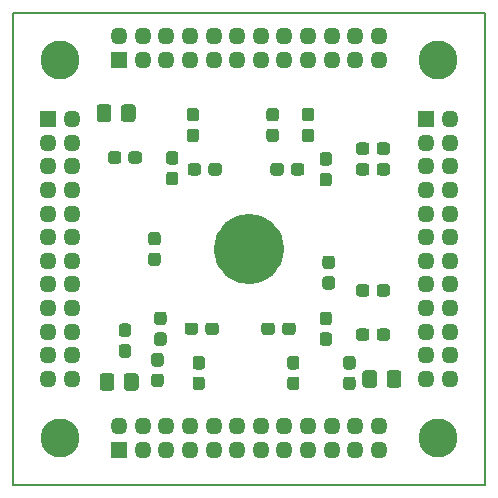
<source format=gbr>
%TF.GenerationSoftware,KiCad,Pcbnew,(5.1.6)-1*%
%TF.CreationDate,2020-08-24T18:06:58+01:00*%
%TF.ProjectId,HeikouBoxCore,4865696b-6f75-4426-9f78-436f72652e6b,rev?*%
%TF.SameCoordinates,Original*%
%TF.FileFunction,Soldermask,Bot*%
%TF.FilePolarity,Negative*%
%FSLAX46Y46*%
G04 Gerber Fmt 4.6, Leading zero omitted, Abs format (unit mm)*
G04 Created by KiCad (PCBNEW (5.1.6)-1) date 2020-08-24 18:06:58*
%MOMM*%
%LPD*%
G01*
G04 APERTURE LIST*
%TA.AperFunction,Profile*%
%ADD10C,0.150000*%
%TD*%
%ADD11C,3.000000*%
%ADD12R,1.450000X1.450000*%
%ADD13O,1.450000X1.450000*%
%ADD14C,3.300000*%
G04 APERTURE END LIST*
D10*
X17000000Y-57000000D02*
X17000000Y-17000000D01*
X57000000Y-57000000D02*
X17000000Y-57000000D01*
X57000000Y-17000000D02*
X57000000Y-57000000D01*
X17000000Y-17000000D02*
X57000000Y-17000000D01*
D11*
X38500000Y-37000000D02*
G75*
G03*
X38500000Y-37000000I-1500000J0D01*
G01*
D12*
X20000000Y-26000000D03*
D13*
X22000000Y-26000000D03*
X20000000Y-28000000D03*
X22000000Y-28000000D03*
X20000000Y-30000000D03*
X22000000Y-30000000D03*
X20000000Y-32000000D03*
X22000000Y-32000000D03*
X20000000Y-34000000D03*
X22000000Y-34000000D03*
X20000000Y-36000000D03*
X22000000Y-36000000D03*
X20000000Y-38000000D03*
X22000000Y-38000000D03*
X20000000Y-40000000D03*
X22000000Y-40000000D03*
X20000000Y-42000000D03*
X22000000Y-42000000D03*
X20000000Y-44000000D03*
X22000000Y-44000000D03*
X20000000Y-46000000D03*
X22000000Y-46000000D03*
X20000000Y-48000000D03*
X22000000Y-48000000D03*
D12*
X26000000Y-54000000D03*
D13*
X26000000Y-52000000D03*
X28000000Y-54000000D03*
X28000000Y-52000000D03*
X30000000Y-54000000D03*
X30000000Y-52000000D03*
X32000000Y-54000000D03*
X32000000Y-52000000D03*
X34000000Y-54000000D03*
X34000000Y-52000000D03*
X36000000Y-54000000D03*
X36000000Y-52000000D03*
X38000000Y-54000000D03*
X38000000Y-52000000D03*
X40000000Y-54000000D03*
X40000000Y-52000000D03*
X42000000Y-54000000D03*
X42000000Y-52000000D03*
X44000000Y-54000000D03*
X44000000Y-52000000D03*
X46000000Y-54000000D03*
X46000000Y-52000000D03*
X48000000Y-54000000D03*
X48000000Y-52000000D03*
D12*
X52000000Y-26000000D03*
D13*
X54000000Y-26000000D03*
X52000000Y-28000000D03*
X54000000Y-28000000D03*
X52000000Y-30000000D03*
X54000000Y-30000000D03*
X52000000Y-32000000D03*
X54000000Y-32000000D03*
X52000000Y-34000000D03*
X54000000Y-34000000D03*
X52000000Y-36000000D03*
X54000000Y-36000000D03*
X52000000Y-38000000D03*
X54000000Y-38000000D03*
X52000000Y-40000000D03*
X54000000Y-40000000D03*
X52000000Y-42000000D03*
X54000000Y-42000000D03*
X52000000Y-44000000D03*
X54000000Y-44000000D03*
X52000000Y-46000000D03*
X54000000Y-46000000D03*
X52000000Y-48000000D03*
X54000000Y-48000000D03*
D12*
X26000000Y-21000000D03*
D13*
X26000000Y-19000000D03*
X28000000Y-21000000D03*
X28000000Y-19000000D03*
X30000000Y-21000000D03*
X30000000Y-19000000D03*
X32000000Y-21000000D03*
X32000000Y-19000000D03*
X34000000Y-21000000D03*
X34000000Y-19000000D03*
X36000000Y-21000000D03*
X36000000Y-19000000D03*
X38000000Y-21000000D03*
X38000000Y-19000000D03*
X40000000Y-21000000D03*
X40000000Y-19000000D03*
X42000000Y-21000000D03*
X42000000Y-19000000D03*
X44000000Y-21000000D03*
X44000000Y-19000000D03*
X46000000Y-21000000D03*
X46000000Y-19000000D03*
X48000000Y-21000000D03*
X48000000Y-19000000D03*
D14*
X53000000Y-53000000D03*
X21000000Y-53000000D03*
X21000000Y-21000000D03*
X53000000Y-21000000D03*
G36*
G01*
X26200000Y-28987500D02*
X26200000Y-29512500D01*
G75*
G02*
X25937500Y-29775000I-262500J0D01*
G01*
X25312500Y-29775000D01*
G75*
G02*
X25050000Y-29512500I0J262500D01*
G01*
X25050000Y-28987500D01*
G75*
G02*
X25312500Y-28725000I262500J0D01*
G01*
X25937500Y-28725000D01*
G75*
G02*
X26200000Y-28987500I0J-262500D01*
G01*
G37*
G36*
G01*
X27950000Y-28987500D02*
X27950000Y-29512500D01*
G75*
G02*
X27687500Y-29775000I-262500J0D01*
G01*
X27062500Y-29775000D01*
G75*
G02*
X26800000Y-29512500I0J262500D01*
G01*
X26800000Y-28987500D01*
G75*
G02*
X27062500Y-28725000I262500J0D01*
G01*
X27687500Y-28725000D01*
G75*
G02*
X27950000Y-28987500I0J-262500D01*
G01*
G37*
G36*
G01*
X43487500Y-39300000D02*
X44012500Y-39300000D01*
G75*
G02*
X44275000Y-39562500I0J-262500D01*
G01*
X44275000Y-40187500D01*
G75*
G02*
X44012500Y-40450000I-262500J0D01*
G01*
X43487500Y-40450000D01*
G75*
G02*
X43225000Y-40187500I0J262500D01*
G01*
X43225000Y-39562500D01*
G75*
G02*
X43487500Y-39300000I262500J0D01*
G01*
G37*
G36*
G01*
X43487500Y-37550000D02*
X44012500Y-37550000D01*
G75*
G02*
X44275000Y-37812500I0J-262500D01*
G01*
X44275000Y-38437500D01*
G75*
G02*
X44012500Y-38700000I-262500J0D01*
G01*
X43487500Y-38700000D01*
G75*
G02*
X43225000Y-38437500I0J262500D01*
G01*
X43225000Y-37812500D01*
G75*
G02*
X43487500Y-37550000I262500J0D01*
G01*
G37*
G36*
G01*
X33550000Y-30512500D02*
X33550000Y-29987500D01*
G75*
G02*
X33812500Y-29725000I262500J0D01*
G01*
X34437500Y-29725000D01*
G75*
G02*
X34700000Y-29987500I0J-262500D01*
G01*
X34700000Y-30512500D01*
G75*
G02*
X34437500Y-30775000I-262500J0D01*
G01*
X33812500Y-30775000D01*
G75*
G02*
X33550000Y-30512500I0J262500D01*
G01*
G37*
G36*
G01*
X31800000Y-30512500D02*
X31800000Y-29987500D01*
G75*
G02*
X32062500Y-29725000I262500J0D01*
G01*
X32687500Y-29725000D01*
G75*
G02*
X32950000Y-29987500I0J-262500D01*
G01*
X32950000Y-30512500D01*
G75*
G02*
X32687500Y-30775000I-262500J0D01*
G01*
X32062500Y-30775000D01*
G75*
G02*
X31800000Y-30512500I0J262500D01*
G01*
G37*
G36*
G01*
X39950000Y-29987500D02*
X39950000Y-30512500D01*
G75*
G02*
X39687500Y-30775000I-262500J0D01*
G01*
X39062500Y-30775000D01*
G75*
G02*
X38800000Y-30512500I0J262500D01*
G01*
X38800000Y-29987500D01*
G75*
G02*
X39062500Y-29725000I262500J0D01*
G01*
X39687500Y-29725000D01*
G75*
G02*
X39950000Y-29987500I0J-262500D01*
G01*
G37*
G36*
G01*
X41700000Y-29987500D02*
X41700000Y-30512500D01*
G75*
G02*
X41437500Y-30775000I-262500J0D01*
G01*
X40812500Y-30775000D01*
G75*
G02*
X40550000Y-30512500I0J262500D01*
G01*
X40550000Y-29987500D01*
G75*
G02*
X40812500Y-29725000I262500J0D01*
G01*
X41437500Y-29725000D01*
G75*
G02*
X41700000Y-29987500I0J-262500D01*
G01*
G37*
G36*
G01*
X47800000Y-28762500D02*
X47800000Y-28237500D01*
G75*
G02*
X48062500Y-27975000I262500J0D01*
G01*
X48687500Y-27975000D01*
G75*
G02*
X48950000Y-28237500I0J-262500D01*
G01*
X48950000Y-28762500D01*
G75*
G02*
X48687500Y-29025000I-262500J0D01*
G01*
X48062500Y-29025000D01*
G75*
G02*
X47800000Y-28762500I0J262500D01*
G01*
G37*
G36*
G01*
X46050000Y-28762500D02*
X46050000Y-28237500D01*
G75*
G02*
X46312500Y-27975000I262500J0D01*
G01*
X46937500Y-27975000D01*
G75*
G02*
X47200000Y-28237500I0J-262500D01*
G01*
X47200000Y-28762500D01*
G75*
G02*
X46937500Y-29025000I-262500J0D01*
G01*
X46312500Y-29025000D01*
G75*
G02*
X46050000Y-28762500I0J262500D01*
G01*
G37*
G36*
G01*
X39200000Y-43487500D02*
X39200000Y-44012500D01*
G75*
G02*
X38937500Y-44275000I-262500J0D01*
G01*
X38312500Y-44275000D01*
G75*
G02*
X38050000Y-44012500I0J262500D01*
G01*
X38050000Y-43487500D01*
G75*
G02*
X38312500Y-43225000I262500J0D01*
G01*
X38937500Y-43225000D01*
G75*
G02*
X39200000Y-43487500I0J-262500D01*
G01*
G37*
G36*
G01*
X40950000Y-43487500D02*
X40950000Y-44012500D01*
G75*
G02*
X40687500Y-44275000I-262500J0D01*
G01*
X40062500Y-44275000D01*
G75*
G02*
X39800000Y-44012500I0J262500D01*
G01*
X39800000Y-43487500D01*
G75*
G02*
X40062500Y-43225000I262500J0D01*
G01*
X40687500Y-43225000D01*
G75*
G02*
X40950000Y-43487500I0J-262500D01*
G01*
G37*
G36*
G01*
X32700000Y-43487500D02*
X32700000Y-44012500D01*
G75*
G02*
X32437500Y-44275000I-262500J0D01*
G01*
X31812500Y-44275000D01*
G75*
G02*
X31550000Y-44012500I0J262500D01*
G01*
X31550000Y-43487500D01*
G75*
G02*
X31812500Y-43225000I262500J0D01*
G01*
X32437500Y-43225000D01*
G75*
G02*
X32700000Y-43487500I0J-262500D01*
G01*
G37*
G36*
G01*
X34450000Y-43487500D02*
X34450000Y-44012500D01*
G75*
G02*
X34187500Y-44275000I-262500J0D01*
G01*
X33562500Y-44275000D01*
G75*
G02*
X33300000Y-44012500I0J262500D01*
G01*
X33300000Y-43487500D01*
G75*
G02*
X33562500Y-43225000I262500J0D01*
G01*
X34187500Y-43225000D01*
G75*
G02*
X34450000Y-43487500I0J-262500D01*
G01*
G37*
G36*
G01*
X28737500Y-35550000D02*
X29262500Y-35550000D01*
G75*
G02*
X29525000Y-35812500I0J-262500D01*
G01*
X29525000Y-36437500D01*
G75*
G02*
X29262500Y-36700000I-262500J0D01*
G01*
X28737500Y-36700000D01*
G75*
G02*
X28475000Y-36437500I0J262500D01*
G01*
X28475000Y-35812500D01*
G75*
G02*
X28737500Y-35550000I262500J0D01*
G01*
G37*
G36*
G01*
X28737500Y-37300000D02*
X29262500Y-37300000D01*
G75*
G02*
X29525000Y-37562500I0J-262500D01*
G01*
X29525000Y-38187500D01*
G75*
G02*
X29262500Y-38450000I-262500J0D01*
G01*
X28737500Y-38450000D01*
G75*
G02*
X28475000Y-38187500I0J262500D01*
G01*
X28475000Y-37562500D01*
G75*
G02*
X28737500Y-37300000I262500J0D01*
G01*
G37*
G36*
G01*
X32512500Y-26200000D02*
X31987500Y-26200000D01*
G75*
G02*
X31725000Y-25937500I0J262500D01*
G01*
X31725000Y-25312500D01*
G75*
G02*
X31987500Y-25050000I262500J0D01*
G01*
X32512500Y-25050000D01*
G75*
G02*
X32775000Y-25312500I0J-262500D01*
G01*
X32775000Y-25937500D01*
G75*
G02*
X32512500Y-26200000I-262500J0D01*
G01*
G37*
G36*
G01*
X32512500Y-27950000D02*
X31987500Y-27950000D01*
G75*
G02*
X31725000Y-27687500I0J262500D01*
G01*
X31725000Y-27062500D01*
G75*
G02*
X31987500Y-26800000I262500J0D01*
G01*
X32512500Y-26800000D01*
G75*
G02*
X32775000Y-27062500I0J-262500D01*
G01*
X32775000Y-27687500D01*
G75*
G02*
X32512500Y-27950000I-262500J0D01*
G01*
G37*
G36*
G01*
X39262500Y-26200000D02*
X38737500Y-26200000D01*
G75*
G02*
X38475000Y-25937500I0J262500D01*
G01*
X38475000Y-25312500D01*
G75*
G02*
X38737500Y-25050000I262500J0D01*
G01*
X39262500Y-25050000D01*
G75*
G02*
X39525000Y-25312500I0J-262500D01*
G01*
X39525000Y-25937500D01*
G75*
G02*
X39262500Y-26200000I-262500J0D01*
G01*
G37*
G36*
G01*
X39262500Y-27950000D02*
X38737500Y-27950000D01*
G75*
G02*
X38475000Y-27687500I0J262500D01*
G01*
X38475000Y-27062500D01*
G75*
G02*
X38737500Y-26800000I262500J0D01*
G01*
X39262500Y-26800000D01*
G75*
G02*
X39525000Y-27062500I0J-262500D01*
G01*
X39525000Y-27687500D01*
G75*
G02*
X39262500Y-27950000I-262500J0D01*
G01*
G37*
G36*
G01*
X42262500Y-26200000D02*
X41737500Y-26200000D01*
G75*
G02*
X41475000Y-25937500I0J262500D01*
G01*
X41475000Y-25312500D01*
G75*
G02*
X41737500Y-25050000I262500J0D01*
G01*
X42262500Y-25050000D01*
G75*
G02*
X42525000Y-25312500I0J-262500D01*
G01*
X42525000Y-25937500D01*
G75*
G02*
X42262500Y-26200000I-262500J0D01*
G01*
G37*
G36*
G01*
X42262500Y-27950000D02*
X41737500Y-27950000D01*
G75*
G02*
X41475000Y-27687500I0J262500D01*
G01*
X41475000Y-27062500D01*
G75*
G02*
X41737500Y-26800000I262500J0D01*
G01*
X42262500Y-26800000D01*
G75*
G02*
X42525000Y-27062500I0J-262500D01*
G01*
X42525000Y-27687500D01*
G75*
G02*
X42262500Y-27950000I-262500J0D01*
G01*
G37*
G36*
G01*
X46050000Y-30512500D02*
X46050000Y-29987500D01*
G75*
G02*
X46312500Y-29725000I262500J0D01*
G01*
X46937500Y-29725000D01*
G75*
G02*
X47200000Y-29987500I0J-262500D01*
G01*
X47200000Y-30512500D01*
G75*
G02*
X46937500Y-30775000I-262500J0D01*
G01*
X46312500Y-30775000D01*
G75*
G02*
X46050000Y-30512500I0J262500D01*
G01*
G37*
G36*
G01*
X47800000Y-30512500D02*
X47800000Y-29987500D01*
G75*
G02*
X48062500Y-29725000I262500J0D01*
G01*
X48687500Y-29725000D01*
G75*
G02*
X48950000Y-29987500I0J-262500D01*
G01*
X48950000Y-30512500D01*
G75*
G02*
X48687500Y-30775000I-262500J0D01*
G01*
X48062500Y-30775000D01*
G75*
G02*
X47800000Y-30512500I0J262500D01*
G01*
G37*
G36*
G01*
X45762500Y-47200000D02*
X45237500Y-47200000D01*
G75*
G02*
X44975000Y-46937500I0J262500D01*
G01*
X44975000Y-46312500D01*
G75*
G02*
X45237500Y-46050000I262500J0D01*
G01*
X45762500Y-46050000D01*
G75*
G02*
X46025000Y-46312500I0J-262500D01*
G01*
X46025000Y-46937500D01*
G75*
G02*
X45762500Y-47200000I-262500J0D01*
G01*
G37*
G36*
G01*
X45762500Y-48950000D02*
X45237500Y-48950000D01*
G75*
G02*
X44975000Y-48687500I0J262500D01*
G01*
X44975000Y-48062500D01*
G75*
G02*
X45237500Y-47800000I262500J0D01*
G01*
X45762500Y-47800000D01*
G75*
G02*
X46025000Y-48062500I0J-262500D01*
G01*
X46025000Y-48687500D01*
G75*
G02*
X45762500Y-48950000I-262500J0D01*
G01*
G37*
G36*
G01*
X41012500Y-47200000D02*
X40487500Y-47200000D01*
G75*
G02*
X40225000Y-46937500I0J262500D01*
G01*
X40225000Y-46312500D01*
G75*
G02*
X40487500Y-46050000I262500J0D01*
G01*
X41012500Y-46050000D01*
G75*
G02*
X41275000Y-46312500I0J-262500D01*
G01*
X41275000Y-46937500D01*
G75*
G02*
X41012500Y-47200000I-262500J0D01*
G01*
G37*
G36*
G01*
X41012500Y-48950000D02*
X40487500Y-48950000D01*
G75*
G02*
X40225000Y-48687500I0J262500D01*
G01*
X40225000Y-48062500D01*
G75*
G02*
X40487500Y-47800000I262500J0D01*
G01*
X41012500Y-47800000D01*
G75*
G02*
X41275000Y-48062500I0J-262500D01*
G01*
X41275000Y-48687500D01*
G75*
G02*
X41012500Y-48950000I-262500J0D01*
G01*
G37*
G36*
G01*
X33012500Y-47200000D02*
X32487500Y-47200000D01*
G75*
G02*
X32225000Y-46937500I0J262500D01*
G01*
X32225000Y-46312500D01*
G75*
G02*
X32487500Y-46050000I262500J0D01*
G01*
X33012500Y-46050000D01*
G75*
G02*
X33275000Y-46312500I0J-262500D01*
G01*
X33275000Y-46937500D01*
G75*
G02*
X33012500Y-47200000I-262500J0D01*
G01*
G37*
G36*
G01*
X33012500Y-48950000D02*
X32487500Y-48950000D01*
G75*
G02*
X32225000Y-48687500I0J262500D01*
G01*
X32225000Y-48062500D01*
G75*
G02*
X32487500Y-47800000I262500J0D01*
G01*
X33012500Y-47800000D01*
G75*
G02*
X33275000Y-48062500I0J-262500D01*
G01*
X33275000Y-48687500D01*
G75*
G02*
X33012500Y-48950000I-262500J0D01*
G01*
G37*
G36*
G01*
X29512500Y-46950000D02*
X28987500Y-46950000D01*
G75*
G02*
X28725000Y-46687500I0J262500D01*
G01*
X28725000Y-46062500D01*
G75*
G02*
X28987500Y-45800000I262500J0D01*
G01*
X29512500Y-45800000D01*
G75*
G02*
X29775000Y-46062500I0J-262500D01*
G01*
X29775000Y-46687500D01*
G75*
G02*
X29512500Y-46950000I-262500J0D01*
G01*
G37*
G36*
G01*
X29512500Y-48700000D02*
X28987500Y-48700000D01*
G75*
G02*
X28725000Y-48437500I0J262500D01*
G01*
X28725000Y-47812500D01*
G75*
G02*
X28987500Y-47550000I262500J0D01*
G01*
X29512500Y-47550000D01*
G75*
G02*
X29775000Y-47812500I0J-262500D01*
G01*
X29775000Y-48437500D01*
G75*
G02*
X29512500Y-48700000I-262500J0D01*
G01*
G37*
G36*
G01*
X26762500Y-44450000D02*
X26237500Y-44450000D01*
G75*
G02*
X25975000Y-44187500I0J262500D01*
G01*
X25975000Y-43562500D01*
G75*
G02*
X26237500Y-43300000I262500J0D01*
G01*
X26762500Y-43300000D01*
G75*
G02*
X27025000Y-43562500I0J-262500D01*
G01*
X27025000Y-44187500D01*
G75*
G02*
X26762500Y-44450000I-262500J0D01*
G01*
G37*
G36*
G01*
X26762500Y-46200000D02*
X26237500Y-46200000D01*
G75*
G02*
X25975000Y-45937500I0J262500D01*
G01*
X25975000Y-45312500D01*
G75*
G02*
X26237500Y-45050000I262500J0D01*
G01*
X26762500Y-45050000D01*
G75*
G02*
X27025000Y-45312500I0J-262500D01*
G01*
X27025000Y-45937500D01*
G75*
G02*
X26762500Y-46200000I-262500J0D01*
G01*
G37*
G36*
G01*
X30237500Y-28710000D02*
X30762500Y-28710000D01*
G75*
G02*
X31025000Y-28972500I0J-262500D01*
G01*
X31025000Y-29597500D01*
G75*
G02*
X30762500Y-29860000I-262500J0D01*
G01*
X30237500Y-29860000D01*
G75*
G02*
X29975000Y-29597500I0J262500D01*
G01*
X29975000Y-28972500D01*
G75*
G02*
X30237500Y-28710000I262500J0D01*
G01*
G37*
G36*
G01*
X30237500Y-30460000D02*
X30762500Y-30460000D01*
G75*
G02*
X31025000Y-30722500I0J-262500D01*
G01*
X31025000Y-31347500D01*
G75*
G02*
X30762500Y-31610000I-262500J0D01*
G01*
X30237500Y-31610000D01*
G75*
G02*
X29975000Y-31347500I0J262500D01*
G01*
X29975000Y-30722500D01*
G75*
G02*
X30237500Y-30460000I262500J0D01*
G01*
G37*
G36*
G01*
X43237500Y-30550000D02*
X43762500Y-30550000D01*
G75*
G02*
X44025000Y-30812500I0J-262500D01*
G01*
X44025000Y-31437500D01*
G75*
G02*
X43762500Y-31700000I-262500J0D01*
G01*
X43237500Y-31700000D01*
G75*
G02*
X42975000Y-31437500I0J262500D01*
G01*
X42975000Y-30812500D01*
G75*
G02*
X43237500Y-30550000I262500J0D01*
G01*
G37*
G36*
G01*
X43237500Y-28800000D02*
X43762500Y-28800000D01*
G75*
G02*
X44025000Y-29062500I0J-262500D01*
G01*
X44025000Y-29687500D01*
G75*
G02*
X43762500Y-29950000I-262500J0D01*
G01*
X43237500Y-29950000D01*
G75*
G02*
X42975000Y-29687500I0J262500D01*
G01*
X42975000Y-29062500D01*
G75*
G02*
X43237500Y-28800000I262500J0D01*
G01*
G37*
G36*
G01*
X43237500Y-44050000D02*
X43762500Y-44050000D01*
G75*
G02*
X44025000Y-44312500I0J-262500D01*
G01*
X44025000Y-44937500D01*
G75*
G02*
X43762500Y-45200000I-262500J0D01*
G01*
X43237500Y-45200000D01*
G75*
G02*
X42975000Y-44937500I0J262500D01*
G01*
X42975000Y-44312500D01*
G75*
G02*
X43237500Y-44050000I262500J0D01*
G01*
G37*
G36*
G01*
X43237500Y-42300000D02*
X43762500Y-42300000D01*
G75*
G02*
X44025000Y-42562500I0J-262500D01*
G01*
X44025000Y-43187500D01*
G75*
G02*
X43762500Y-43450000I-262500J0D01*
G01*
X43237500Y-43450000D01*
G75*
G02*
X42975000Y-43187500I0J262500D01*
G01*
X42975000Y-42562500D01*
G75*
G02*
X43237500Y-42300000I262500J0D01*
G01*
G37*
G36*
G01*
X29237500Y-44050000D02*
X29762500Y-44050000D01*
G75*
G02*
X30025000Y-44312500I0J-262500D01*
G01*
X30025000Y-44937500D01*
G75*
G02*
X29762500Y-45200000I-262500J0D01*
G01*
X29237500Y-45200000D01*
G75*
G02*
X28975000Y-44937500I0J262500D01*
G01*
X28975000Y-44312500D01*
G75*
G02*
X29237500Y-44050000I262500J0D01*
G01*
G37*
G36*
G01*
X29237500Y-42300000D02*
X29762500Y-42300000D01*
G75*
G02*
X30025000Y-42562500I0J-262500D01*
G01*
X30025000Y-43187500D01*
G75*
G02*
X29762500Y-43450000I-262500J0D01*
G01*
X29237500Y-43450000D01*
G75*
G02*
X28975000Y-43187500I0J262500D01*
G01*
X28975000Y-42562500D01*
G75*
G02*
X29237500Y-42300000I262500J0D01*
G01*
G37*
G36*
G01*
X47200000Y-43987500D02*
X47200000Y-44512500D01*
G75*
G02*
X46937500Y-44775000I-262500J0D01*
G01*
X46312500Y-44775000D01*
G75*
G02*
X46050000Y-44512500I0J262500D01*
G01*
X46050000Y-43987500D01*
G75*
G02*
X46312500Y-43725000I262500J0D01*
G01*
X46937500Y-43725000D01*
G75*
G02*
X47200000Y-43987500I0J-262500D01*
G01*
G37*
G36*
G01*
X48950000Y-43987500D02*
X48950000Y-44512500D01*
G75*
G02*
X48687500Y-44775000I-262500J0D01*
G01*
X48062500Y-44775000D01*
G75*
G02*
X47800000Y-44512500I0J262500D01*
G01*
X47800000Y-43987500D01*
G75*
G02*
X48062500Y-43725000I262500J0D01*
G01*
X48687500Y-43725000D01*
G75*
G02*
X48950000Y-43987500I0J-262500D01*
G01*
G37*
G36*
G01*
X47800000Y-40762500D02*
X47800000Y-40237500D01*
G75*
G02*
X48062500Y-39975000I262500J0D01*
G01*
X48687500Y-39975000D01*
G75*
G02*
X48950000Y-40237500I0J-262500D01*
G01*
X48950000Y-40762500D01*
G75*
G02*
X48687500Y-41025000I-262500J0D01*
G01*
X48062500Y-41025000D01*
G75*
G02*
X47800000Y-40762500I0J262500D01*
G01*
G37*
G36*
G01*
X46050000Y-40762500D02*
X46050000Y-40237500D01*
G75*
G02*
X46312500Y-39975000I262500J0D01*
G01*
X46937500Y-39975000D01*
G75*
G02*
X47200000Y-40237500I0J-262500D01*
G01*
X47200000Y-40762500D01*
G75*
G02*
X46937500Y-41025000I-262500J0D01*
G01*
X46312500Y-41025000D01*
G75*
G02*
X46050000Y-40762500I0J262500D01*
G01*
G37*
G36*
G01*
X24350000Y-48728262D02*
X24350000Y-47771738D01*
G75*
G02*
X24621738Y-47500000I271738J0D01*
G01*
X25328262Y-47500000D01*
G75*
G02*
X25600000Y-47771738I0J-271738D01*
G01*
X25600000Y-48728262D01*
G75*
G02*
X25328262Y-49000000I-271738J0D01*
G01*
X24621738Y-49000000D01*
G75*
G02*
X24350000Y-48728262I0J271738D01*
G01*
G37*
G36*
G01*
X26400000Y-48728262D02*
X26400000Y-47771738D01*
G75*
G02*
X26671738Y-47500000I271738J0D01*
G01*
X27378262Y-47500000D01*
G75*
G02*
X27650000Y-47771738I0J-271738D01*
G01*
X27650000Y-48728262D01*
G75*
G02*
X27378262Y-49000000I-271738J0D01*
G01*
X26671738Y-49000000D01*
G75*
G02*
X26400000Y-48728262I0J271738D01*
G01*
G37*
G36*
G01*
X24100000Y-25978262D02*
X24100000Y-25021738D01*
G75*
G02*
X24371738Y-24750000I271738J0D01*
G01*
X25078262Y-24750000D01*
G75*
G02*
X25350000Y-25021738I0J-271738D01*
G01*
X25350000Y-25978262D01*
G75*
G02*
X25078262Y-26250000I-271738J0D01*
G01*
X24371738Y-26250000D01*
G75*
G02*
X24100000Y-25978262I0J271738D01*
G01*
G37*
G36*
G01*
X26150000Y-25978262D02*
X26150000Y-25021738D01*
G75*
G02*
X26421738Y-24750000I271738J0D01*
G01*
X27128262Y-24750000D01*
G75*
G02*
X27400000Y-25021738I0J-271738D01*
G01*
X27400000Y-25978262D01*
G75*
G02*
X27128262Y-26250000I-271738J0D01*
G01*
X26421738Y-26250000D01*
G75*
G02*
X26150000Y-25978262I0J271738D01*
G01*
G37*
G36*
G01*
X49900000Y-47521738D02*
X49900000Y-48478262D01*
G75*
G02*
X49628262Y-48750000I-271738J0D01*
G01*
X48921738Y-48750000D01*
G75*
G02*
X48650000Y-48478262I0J271738D01*
G01*
X48650000Y-47521738D01*
G75*
G02*
X48921738Y-47250000I271738J0D01*
G01*
X49628262Y-47250000D01*
G75*
G02*
X49900000Y-47521738I0J-271738D01*
G01*
G37*
G36*
G01*
X47850000Y-47521738D02*
X47850000Y-48478262D01*
G75*
G02*
X47578262Y-48750000I-271738J0D01*
G01*
X46871738Y-48750000D01*
G75*
G02*
X46600000Y-48478262I0J271738D01*
G01*
X46600000Y-47521738D01*
G75*
G02*
X46871738Y-47250000I271738J0D01*
G01*
X47578262Y-47250000D01*
G75*
G02*
X47850000Y-47521738I0J-271738D01*
G01*
G37*
M02*

</source>
